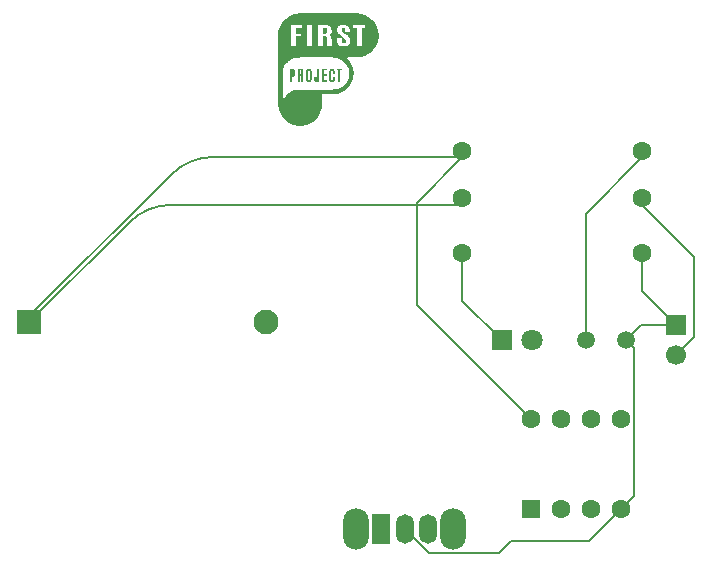
<source format=gbr>
%TF.GenerationSoftware,KiCad,Pcbnew,9.0.2*%
%TF.CreationDate,2025-06-18T20:19:25+05:30*%
%TF.ProjectId,redesign diya,72656465-7369-4676-9e20-646979612e6b,rev?*%
%TF.SameCoordinates,Original*%
%TF.FileFunction,Copper,L1,Top*%
%TF.FilePolarity,Positive*%
%FSLAX46Y46*%
G04 Gerber Fmt 4.6, Leading zero omitted, Abs format (unit mm)*
G04 Created by KiCad (PCBNEW 9.0.2) date 2025-06-18 20:19:25*
%MOMM*%
%LPD*%
G01*
G04 APERTURE LIST*
G04 Aperture macros list*
%AMRoundRect*
0 Rectangle with rounded corners*
0 $1 Rounding radius*
0 $2 $3 $4 $5 $6 $7 $8 $9 X,Y pos of 4 corners*
0 Add a 4 corners polygon primitive as box body*
4,1,4,$2,$3,$4,$5,$6,$7,$8,$9,$2,$3,0*
0 Add four circle primitives for the rounded corners*
1,1,$1+$1,$2,$3*
1,1,$1+$1,$4,$5*
1,1,$1+$1,$6,$7*
1,1,$1+$1,$8,$9*
0 Add four rect primitives between the rounded corners*
20,1,$1+$1,$2,$3,$4,$5,0*
20,1,$1+$1,$4,$5,$6,$7,0*
20,1,$1+$1,$6,$7,$8,$9,0*
20,1,$1+$1,$8,$9,$2,$3,0*%
G04 Aperture macros list end*
%TA.AperFunction,EtchedComponent*%
%ADD10C,0.000000*%
%TD*%
%TA.AperFunction,ComponentPad*%
%ADD11RoundRect,0.250000X0.550000X-0.550000X0.550000X0.550000X-0.550000X0.550000X-0.550000X-0.550000X0*%
%TD*%
%TA.AperFunction,ComponentPad*%
%ADD12C,1.600000*%
%TD*%
%TA.AperFunction,ComponentPad*%
%ADD13R,1.700000X1.700000*%
%TD*%
%TA.AperFunction,ComponentPad*%
%ADD14C,1.700000*%
%TD*%
%TA.AperFunction,ComponentPad*%
%ADD15O,2.200000X3.500000*%
%TD*%
%TA.AperFunction,ComponentPad*%
%ADD16R,1.500000X2.500000*%
%TD*%
%TA.AperFunction,ComponentPad*%
%ADD17O,1.500000X2.500000*%
%TD*%
%TA.AperFunction,ComponentPad*%
%ADD18R,1.800000X1.800000*%
%TD*%
%TA.AperFunction,ComponentPad*%
%ADD19C,1.800000*%
%TD*%
%TA.AperFunction,ComponentPad*%
%ADD20R,2.100000X2.100000*%
%TD*%
%TA.AperFunction,ComponentPad*%
%ADD21C,2.100000*%
%TD*%
%TA.AperFunction,ComponentPad*%
%ADD22C,1.500000*%
%TD*%
%TA.AperFunction,Conductor*%
%ADD23C,0.200000*%
%TD*%
%TA.AperFunction,Conductor*%
%ADD24C,0.600000*%
%TD*%
G04 APERTURE END LIST*
D10*
%TA.AperFunction,EtchedComponent*%
%TO.C,Ankur*%
G36*
X120144444Y-65594444D02*
G01*
X120144444Y-65666666D01*
X120077777Y-65666666D01*
X120011111Y-65666666D01*
X120011111Y-66155555D01*
X120011111Y-66644444D01*
X119933333Y-66644444D01*
X119855555Y-66644444D01*
X119855555Y-66155555D01*
X119855555Y-65666666D01*
X119788888Y-65666666D01*
X119722222Y-65666666D01*
X119722222Y-65594444D01*
X119722222Y-65522222D01*
X119933333Y-65522222D01*
X120144444Y-65522222D01*
X120144444Y-65594444D01*
G37*
%TD.AperFunction*%
%TA.AperFunction,EtchedComponent*%
G36*
X118683333Y-62057826D02*
G01*
X118753314Y-62062559D01*
X118805979Y-62071563D01*
X118843736Y-62087671D01*
X118868991Y-62113717D01*
X118884153Y-62152534D01*
X118891628Y-62206956D01*
X118893825Y-62279817D01*
X118893816Y-62305555D01*
X118892038Y-62386366D01*
X118886011Y-62447831D01*
X118873503Y-62492735D01*
X118852280Y-62523861D01*
X118820109Y-62543994D01*
X118774756Y-62555918D01*
X118713990Y-62562419D01*
X118686516Y-62564040D01*
X118578588Y-62569598D01*
X118575405Y-62311234D01*
X118572222Y-62052870D01*
X118683333Y-62057826D01*
G37*
%TD.AperFunction*%
%TA.AperFunction,EtchedComponent*%
G36*
X118879607Y-65594421D02*
G01*
X118875881Y-65666666D01*
X118776829Y-65666666D01*
X118677777Y-65666666D01*
X118677777Y-65833333D01*
X118677777Y-66000000D01*
X118777777Y-66000000D01*
X118877777Y-66000000D01*
X118877777Y-66066666D01*
X118877777Y-66133333D01*
X118777777Y-66133333D01*
X118677777Y-66133333D01*
X118677777Y-66322222D01*
X118677777Y-66511111D01*
X118783333Y-66511111D01*
X118888888Y-66511111D01*
X118888888Y-66577777D01*
X118888888Y-66644444D01*
X118700000Y-66644444D01*
X118511111Y-66644444D01*
X118511111Y-66083333D01*
X118511111Y-65522222D01*
X118697222Y-65522198D01*
X118883333Y-65522175D01*
X118879607Y-65594421D01*
G37*
%TD.AperFunction*%
%TA.AperFunction,EtchedComponent*%
G36*
X118266666Y-65988500D02*
G01*
X118266563Y-66105854D01*
X118266206Y-66203141D01*
X118265520Y-66282516D01*
X118264432Y-66346134D01*
X118262869Y-66396150D01*
X118260756Y-66434718D01*
X118258021Y-66463994D01*
X118254588Y-66486132D01*
X118250386Y-66503288D01*
X118248910Y-66507945D01*
X118217207Y-66571819D01*
X118171467Y-66619510D01*
X118114033Y-66649853D01*
X118047245Y-66661685D01*
X117973444Y-66653842D01*
X117961510Y-66650786D01*
X117904602Y-66624478D01*
X117858330Y-66582214D01*
X117827595Y-66528805D01*
X117823096Y-66514938D01*
X117818401Y-66486898D01*
X117814574Y-66442863D01*
X117812027Y-66389053D01*
X117811173Y-66336111D01*
X117811111Y-66200000D01*
X117888888Y-66200000D01*
X117966666Y-66200000D01*
X117966666Y-66322579D01*
X117968445Y-66397435D01*
X117974269Y-66452546D01*
X117984869Y-66490136D01*
X118000974Y-66512433D01*
X118023315Y-66521663D01*
X118032136Y-66522222D01*
X118047844Y-66521937D01*
X118060920Y-66519836D01*
X118071604Y-66514054D01*
X118080138Y-66502722D01*
X118086764Y-66483974D01*
X118091724Y-66455943D01*
X118095258Y-66416762D01*
X118097608Y-66364564D01*
X118099016Y-66297481D01*
X118099723Y-66213647D01*
X118099970Y-66111195D01*
X118100000Y-65997527D01*
X118100000Y-65522222D01*
X118183333Y-65522222D01*
X118266666Y-65522222D01*
X118266666Y-65988500D01*
G37*
%TD.AperFunction*%
%TA.AperFunction,EtchedComponent*%
G36*
X115967589Y-65522548D02*
G01*
X116014386Y-65523898D01*
X116048219Y-65526825D01*
X116073713Y-65531887D01*
X116095494Y-65539636D01*
X116111534Y-65547222D01*
X116148581Y-65571200D01*
X116175589Y-65603725D01*
X116188888Y-65627777D01*
X116199379Y-65650055D01*
X116206838Y-65671057D01*
X116211779Y-65695099D01*
X116214716Y-65726496D01*
X116216164Y-65769566D01*
X116216636Y-65828624D01*
X116216666Y-65861111D01*
X116216466Y-65928625D01*
X116215521Y-65978220D01*
X116213320Y-66014200D01*
X116209349Y-66040867D01*
X116203093Y-66062522D01*
X116194040Y-66083469D01*
X116188888Y-66093866D01*
X116163651Y-66137081D01*
X116136237Y-66166166D01*
X116101363Y-66184121D01*
X116053746Y-66193944D01*
X116005811Y-66197816D01*
X115911111Y-66202786D01*
X115911111Y-66423615D01*
X115911111Y-66644444D01*
X115827777Y-66644444D01*
X115744444Y-66644444D01*
X115744444Y-66083333D01*
X115744444Y-66066666D01*
X115911111Y-66066666D01*
X115958333Y-66066496D01*
X115990607Y-66064580D01*
X116013828Y-66060000D01*
X116017781Y-66058163D01*
X116035785Y-66034840D01*
X116050087Y-65994323D01*
X116060075Y-65941426D01*
X116065139Y-65880960D01*
X116064668Y-65817739D01*
X116058052Y-65756575D01*
X116056889Y-65750000D01*
X116042684Y-65698172D01*
X116021200Y-65665242D01*
X115989655Y-65648345D01*
X115954324Y-65644444D01*
X115911111Y-65644444D01*
X115911111Y-65855555D01*
X115911111Y-66066666D01*
X115744444Y-66066666D01*
X115744444Y-65855555D01*
X115744444Y-65522222D01*
X115903201Y-65522222D01*
X115967589Y-65522548D01*
G37*
%TD.AperFunction*%
%TA.AperFunction,EtchedComponent*%
G36*
X116604782Y-65524252D02*
G01*
X116673552Y-65525814D01*
X116723849Y-65527753D01*
X116759423Y-65530540D01*
X116784023Y-65534649D01*
X116801400Y-65540549D01*
X116815303Y-65548714D01*
X116818671Y-65551161D01*
X116848001Y-65576647D01*
X116868979Y-65605246D01*
X116883087Y-65641300D01*
X116891808Y-65689151D01*
X116896623Y-65753141D01*
X116897744Y-65782825D01*
X116898500Y-65860424D01*
X116894728Y-65919550D01*
X116885575Y-65963646D01*
X116870184Y-65996154D01*
X116847702Y-66020520D01*
X116836709Y-66028638D01*
X116801197Y-66052534D01*
X116827841Y-66064674D01*
X116853052Y-66081985D01*
X116871547Y-66109587D01*
X116884286Y-66150471D01*
X116892229Y-66207627D01*
X116896136Y-66277497D01*
X116898343Y-66345602D01*
X116900851Y-66421625D01*
X116903263Y-66493575D01*
X116904335Y-66525000D01*
X116908439Y-66644444D01*
X116827396Y-66644444D01*
X116746354Y-66644444D01*
X116742621Y-66405847D01*
X116741277Y-66326882D01*
X116739836Y-66267083D01*
X116737976Y-66223394D01*
X116735377Y-66192759D01*
X116731720Y-66172123D01*
X116726684Y-66158431D01*
X116719949Y-66148626D01*
X116715133Y-66143511D01*
X116683620Y-66124462D01*
X116640133Y-66113997D01*
X116588888Y-66108221D01*
X116588888Y-66376332D01*
X116588888Y-66644444D01*
X116505555Y-66644444D01*
X116422222Y-66644444D01*
X116422222Y-66082585D01*
X116422222Y-65988888D01*
X116588888Y-65988888D01*
X116638888Y-65988888D01*
X116683086Y-65983398D01*
X116710120Y-65967657D01*
X116724445Y-65941765D01*
X116735162Y-65899838D01*
X116741496Y-65847881D01*
X116742676Y-65791899D01*
X116738864Y-65744264D01*
X116727123Y-65694591D01*
X116706422Y-65663387D01*
X116673841Y-65647735D01*
X116638888Y-65644444D01*
X116588888Y-65644444D01*
X116588888Y-65816666D01*
X116588888Y-65988888D01*
X116422222Y-65988888D01*
X116422222Y-65816666D01*
X116422222Y-65520726D01*
X116604782Y-65524252D01*
G37*
%TD.AperFunction*%
%TA.AperFunction,EtchedComponent*%
G36*
X119407086Y-65518404D02*
G01*
X119463768Y-65540865D01*
X119508357Y-65579367D01*
X119541427Y-65634785D01*
X119563556Y-65707991D01*
X119575319Y-65799858D01*
X119577693Y-65875000D01*
X119577777Y-65955555D01*
X119494444Y-65955555D01*
X119411111Y-65955555D01*
X119411111Y-65839612D01*
X119409820Y-65772404D01*
X119405316Y-65723888D01*
X119396650Y-65690651D01*
X119382872Y-65669278D01*
X119363034Y-65656355D01*
X119359810Y-65655061D01*
X119324867Y-65651965D01*
X119294756Y-65668914D01*
X119272505Y-65703803D01*
X119267279Y-65719339D01*
X119264039Y-65742491D01*
X119261339Y-65784291D01*
X119259186Y-65841173D01*
X119257583Y-65909568D01*
X119256535Y-65985911D01*
X119256047Y-66066633D01*
X119256125Y-66148167D01*
X119256771Y-66226946D01*
X119257992Y-66299403D01*
X119259791Y-66361971D01*
X119262174Y-66411082D01*
X119265144Y-66443169D01*
X119266321Y-66449702D01*
X119283251Y-66490471D01*
X119309036Y-66515380D01*
X119339650Y-66522751D01*
X119371067Y-66510908D01*
X119384389Y-66498869D01*
X119393401Y-66486005D01*
X119399751Y-66467941D01*
X119404055Y-66440555D01*
X119406926Y-66399726D01*
X119408976Y-66341333D01*
X119409216Y-66332202D01*
X119412877Y-66188888D01*
X119496802Y-66188888D01*
X119580727Y-66188888D01*
X119574939Y-66330555D01*
X119568220Y-66424973D01*
X119555660Y-66499857D01*
X119535795Y-66557458D01*
X119507160Y-66600029D01*
X119468288Y-66629823D01*
X119417716Y-66649091D01*
X119361111Y-66659281D01*
X119326602Y-66661525D01*
X119298296Y-66660308D01*
X119294444Y-66659625D01*
X119264646Y-66653101D01*
X119246942Y-66649285D01*
X119211739Y-66632775D01*
X119174786Y-66601011D01*
X119141488Y-66559775D01*
X119117250Y-66514850D01*
X119114551Y-66507638D01*
X119108929Y-66489457D01*
X119104448Y-66468910D01*
X119100983Y-66443373D01*
X119098407Y-66410222D01*
X119096595Y-66366835D01*
X119095420Y-66310588D01*
X119094756Y-66238858D01*
X119094478Y-66149020D01*
X119094444Y-66088888D01*
X119094771Y-65974191D01*
X119095784Y-65880295D01*
X119097532Y-65805790D01*
X119100063Y-65749265D01*
X119103423Y-65709308D01*
X119107663Y-65684509D01*
X119108309Y-65682233D01*
X119138883Y-65613050D01*
X119182946Y-65561495D01*
X119240174Y-65527810D01*
X119310245Y-65512238D01*
X119337735Y-65511111D01*
X119407086Y-65518404D01*
G37*
%TD.AperFunction*%
%TA.AperFunction,EtchedComponent*%
G36*
X117437497Y-65515618D02*
G01*
X117488130Y-65530670D01*
X117529940Y-65558560D01*
X117551998Y-65580979D01*
X117567248Y-65599948D01*
X117579727Y-65620309D01*
X117589681Y-65644359D01*
X117597355Y-65674397D01*
X117602994Y-65712721D01*
X117606843Y-65761630D01*
X117609148Y-65823422D01*
X117610154Y-65900396D01*
X117610107Y-65994849D01*
X117609252Y-66109081D01*
X117609180Y-66116666D01*
X117608167Y-66218335D01*
X117607166Y-66300299D01*
X117606003Y-66365076D01*
X117604502Y-66415184D01*
X117602488Y-66453140D01*
X117599786Y-66481461D01*
X117596219Y-66502665D01*
X117591614Y-66519268D01*
X117585794Y-66533788D01*
X117579170Y-66547565D01*
X117542731Y-66597122D01*
X117491212Y-66633939D01*
X117428830Y-66656304D01*
X117359799Y-66662500D01*
X117311111Y-66656583D01*
X117246713Y-66634363D01*
X117198185Y-66597501D01*
X117173527Y-66563827D01*
X117159442Y-66536969D01*
X117148064Y-66508248D01*
X117139155Y-66475129D01*
X117132478Y-66435077D01*
X117127795Y-66385557D01*
X117124868Y-66324035D01*
X117123459Y-66247975D01*
X117123330Y-66154843D01*
X117124209Y-66046464D01*
X117289940Y-66046464D01*
X117290121Y-66127686D01*
X117290744Y-66207230D01*
X117291799Y-66281734D01*
X117293278Y-66347839D01*
X117295172Y-66402183D01*
X117297474Y-66441405D01*
X117300174Y-66462144D01*
X117300500Y-66463165D01*
X117322610Y-66499422D01*
X117353018Y-66519150D01*
X117386852Y-66520823D01*
X117419244Y-66502916D01*
X117421231Y-66500990D01*
X117431020Y-66487626D01*
X117438912Y-66467723D01*
X117445050Y-66439212D01*
X117449575Y-66400022D01*
X117452629Y-66348084D01*
X117454354Y-66281328D01*
X117454891Y-66197686D01*
X117454383Y-66095087D01*
X117453678Y-66027260D01*
X117452439Y-65934107D01*
X117451058Y-65860569D01*
X117449359Y-65804036D01*
X117447168Y-65761899D01*
X117444309Y-65731551D01*
X117440610Y-65710382D01*
X117435894Y-65695785D01*
X117430851Y-65686436D01*
X117402331Y-65656688D01*
X117370593Y-65648646D01*
X117336637Y-65662547D01*
X117335040Y-65663717D01*
X117311940Y-65687452D01*
X117298594Y-65712112D01*
X117295949Y-65732821D01*
X117293797Y-65772017D01*
X117292128Y-65826341D01*
X117290935Y-65892431D01*
X117290208Y-65966925D01*
X117289940Y-66046464D01*
X117124209Y-66046464D01*
X117124244Y-66042104D01*
X117124280Y-66038888D01*
X117125506Y-65940103D01*
X117126855Y-65860956D01*
X117128487Y-65798862D01*
X117130556Y-65751238D01*
X117133222Y-65715499D01*
X117136640Y-65689060D01*
X117140968Y-65669338D01*
X117146363Y-65653748D01*
X117147916Y-65650151D01*
X117185129Y-65588395D01*
X117233840Y-65545145D01*
X117295277Y-65519638D01*
X117370668Y-65511113D01*
X117372136Y-65511111D01*
X117437497Y-65515618D01*
G37*
%TD.AperFunction*%
%TA.AperFunction,EtchedComponent*%
G36*
X119179729Y-60834109D02*
G01*
X119387712Y-60834195D01*
X119593420Y-60834346D01*
X119795562Y-60834564D01*
X119992848Y-60834847D01*
X120183990Y-60835197D01*
X120367698Y-60835613D01*
X120542683Y-60836094D01*
X120707655Y-60836642D01*
X120861325Y-60837256D01*
X121002403Y-60837936D01*
X121129600Y-60838683D01*
X121241627Y-60839495D01*
X121337194Y-60840373D01*
X121415013Y-60841318D01*
X121473792Y-60842328D01*
X121512244Y-60843405D01*
X121522222Y-60843889D01*
X121701293Y-60861602D01*
X121866978Y-60892499D01*
X122024725Y-60937973D01*
X122179984Y-60999419D01*
X122239836Y-61027428D01*
X122417613Y-61126086D01*
X122581665Y-61241736D01*
X122731097Y-61373224D01*
X122865009Y-61519395D01*
X122982504Y-61679096D01*
X123082686Y-61851172D01*
X123164657Y-62034468D01*
X123227519Y-62227830D01*
X123251759Y-62329125D01*
X123262341Y-62381181D01*
X123270144Y-62426143D01*
X123275582Y-62469103D01*
X123279071Y-62515151D01*
X123281025Y-62569377D01*
X123281861Y-62636873D01*
X123282003Y-62700000D01*
X123281731Y-62781162D01*
X123280645Y-62845167D01*
X123278336Y-62897075D01*
X123274398Y-62941946D01*
X123268422Y-62984842D01*
X123260001Y-63030822D01*
X123252382Y-63067795D01*
X123199697Y-63265170D01*
X123127652Y-63453198D01*
X123037285Y-63630690D01*
X122929630Y-63796462D01*
X122805723Y-63949327D01*
X122666601Y-64088099D01*
X122513300Y-64211591D01*
X122346855Y-64318617D01*
X122168303Y-64407991D01*
X122037251Y-64459212D01*
X121964294Y-64483166D01*
X121892136Y-64503565D01*
X121818306Y-64520672D01*
X121740327Y-64534755D01*
X121655727Y-64546077D01*
X121562030Y-64554904D01*
X121456764Y-64561503D01*
X121337452Y-64566138D01*
X121201622Y-64569075D01*
X121046799Y-64570578D01*
X120997235Y-64570787D01*
X120899368Y-64571273D01*
X120808770Y-64572064D01*
X120727769Y-64573114D01*
X120658698Y-64574376D01*
X120603886Y-64575805D01*
X120565664Y-64577355D01*
X120546362Y-64578981D01*
X120544457Y-64579671D01*
X120552130Y-64590015D01*
X120572627Y-64611243D01*
X120602144Y-64639497D01*
X120615616Y-64651893D01*
X120750990Y-64789574D01*
X120868019Y-64938685D01*
X120966445Y-65097745D01*
X121046012Y-65265273D01*
X121106460Y-65439789D01*
X121147533Y-65619811D01*
X121168973Y-65803858D01*
X121170522Y-65990450D01*
X121151921Y-66178106D01*
X121112914Y-66365344D01*
X121053243Y-66550684D01*
X120976460Y-66725086D01*
X120880774Y-66892143D01*
X120768110Y-67046726D01*
X120640069Y-67187431D01*
X120498253Y-67312855D01*
X120344262Y-67421594D01*
X120179698Y-67512246D01*
X120006162Y-67583407D01*
X119991478Y-67588369D01*
X119933069Y-67607037D01*
X119877261Y-67622956D01*
X119821720Y-67636339D01*
X119764113Y-67647398D01*
X119702106Y-67656345D01*
X119633365Y-67663392D01*
X119555556Y-67668752D01*
X119466347Y-67672637D01*
X119363402Y-67675258D01*
X119244389Y-67676828D01*
X119106974Y-67677560D01*
X119009182Y-67677686D01*
X118490586Y-67677777D01*
X118485936Y-68208333D01*
X118484786Y-68332473D01*
X118483638Y-68436630D01*
X118482393Y-68523042D01*
X118480954Y-68593948D01*
X118479223Y-68651586D01*
X118477103Y-68698194D01*
X118474496Y-68736012D01*
X118471304Y-68767277D01*
X118467431Y-68794228D01*
X118462779Y-68819105D01*
X118458459Y-68838888D01*
X118401056Y-69044580D01*
X118325856Y-69238568D01*
X118233702Y-69420012D01*
X118125437Y-69588068D01*
X118001905Y-69741897D01*
X117863949Y-69880655D01*
X117712413Y-70003502D01*
X117548141Y-70109595D01*
X117371975Y-70198094D01*
X117184759Y-70268156D01*
X116987336Y-70318940D01*
X116972222Y-70321933D01*
X116896520Y-70333591D01*
X116807006Y-70342566D01*
X116710358Y-70348590D01*
X116613258Y-70351396D01*
X116522385Y-70350718D01*
X116444420Y-70346290D01*
X116422222Y-70343905D01*
X116216209Y-70307876D01*
X116021017Y-70252446D01*
X115836524Y-70177558D01*
X115662610Y-70083151D01*
X115499153Y-69969169D01*
X115346033Y-69835553D01*
X115321908Y-69811770D01*
X115195264Y-69674235D01*
X115086731Y-69532836D01*
X114995193Y-69385147D01*
X114919535Y-69228746D01*
X114858642Y-69061208D01*
X114811397Y-68880110D01*
X114776686Y-68683026D01*
X114766795Y-68605555D01*
X114765392Y-68587258D01*
X114764102Y-68557175D01*
X114762922Y-68514747D01*
X114761851Y-68459414D01*
X114760887Y-68390616D01*
X114760029Y-68307794D01*
X114759276Y-68210389D01*
X114758625Y-68097840D01*
X114758075Y-67969588D01*
X114757625Y-67825074D01*
X114757273Y-67663737D01*
X114757017Y-67485019D01*
X114756856Y-67288359D01*
X114756789Y-67073199D01*
X114756813Y-66838978D01*
X114756858Y-66740075D01*
X115145091Y-66740075D01*
X115145153Y-66920921D01*
X115145256Y-67108727D01*
X115146069Y-68438888D01*
X115177212Y-68316666D01*
X115195274Y-68253001D01*
X115217825Y-68183858D01*
X115241234Y-68120044D01*
X115252498Y-68092650D01*
X115328485Y-67944642D01*
X115421924Y-67809772D01*
X115531779Y-67688848D01*
X115657013Y-67582678D01*
X115796592Y-67492069D01*
X115949479Y-67417830D01*
X116114639Y-67360768D01*
X116225594Y-67333782D01*
X116256431Y-67327659D01*
X116287294Y-67322119D01*
X116319390Y-67317134D01*
X116353925Y-67312675D01*
X116392104Y-67308711D01*
X116435133Y-67305215D01*
X116484217Y-67302156D01*
X116540562Y-67299507D01*
X116605373Y-67297237D01*
X116679856Y-67295317D01*
X116765216Y-67293720D01*
X116862659Y-67292414D01*
X116973392Y-67291372D01*
X117098618Y-67290564D01*
X117239544Y-67289960D01*
X117397375Y-67289533D01*
X117573317Y-67289252D01*
X117768576Y-67289089D01*
X117984357Y-67289015D01*
X118079100Y-67289003D01*
X118297307Y-67288992D01*
X118494497Y-67288966D01*
X118671871Y-67288878D01*
X118830636Y-67288683D01*
X118971993Y-67288336D01*
X119097147Y-67287792D01*
X119207303Y-67287005D01*
X119303663Y-67285931D01*
X119387432Y-67284522D01*
X119459813Y-67282735D01*
X119522010Y-67280524D01*
X119575228Y-67277843D01*
X119620670Y-67274648D01*
X119659539Y-67270892D01*
X119693040Y-67266531D01*
X119722377Y-67261519D01*
X119748754Y-67255811D01*
X119773373Y-67249362D01*
X119797440Y-67242126D01*
X119822158Y-67234057D01*
X119848730Y-67225111D01*
X119857979Y-67222003D01*
X120016401Y-67157641D01*
X120163682Y-67074289D01*
X120300592Y-66971464D01*
X120388888Y-66889442D01*
X120504984Y-66757338D01*
X120601653Y-66615208D01*
X120678544Y-66464426D01*
X120735306Y-66306366D01*
X120771587Y-66142403D01*
X120787035Y-65973910D01*
X120781299Y-65802263D01*
X120754027Y-65628834D01*
X120732927Y-65544444D01*
X120686388Y-65413329D01*
X120621264Y-65281537D01*
X120540502Y-65153885D01*
X120447051Y-65035186D01*
X120374182Y-64958565D01*
X120244261Y-64845976D01*
X120107379Y-64753480D01*
X119960592Y-64679318D01*
X119822222Y-64628239D01*
X119795935Y-64619981D01*
X119771442Y-64612488D01*
X119747598Y-64605726D01*
X119723259Y-64599658D01*
X119697282Y-64594251D01*
X119668524Y-64589469D01*
X119635840Y-64585278D01*
X119598088Y-64581643D01*
X119554122Y-64578529D01*
X119502801Y-64575901D01*
X119442979Y-64573725D01*
X119373514Y-64571965D01*
X119293262Y-64570587D01*
X119201079Y-64569556D01*
X119095822Y-64568837D01*
X118976347Y-64568395D01*
X118841510Y-64568196D01*
X118690168Y-64568205D01*
X118521177Y-64568386D01*
X118333393Y-64568705D01*
X118125673Y-64569128D01*
X117897137Y-64569618D01*
X117675017Y-64570107D01*
X117474002Y-64570585D01*
X117292977Y-64571068D01*
X117130825Y-64571570D01*
X116986431Y-64572108D01*
X116858677Y-64572697D01*
X116746447Y-64573351D01*
X116648625Y-64574087D01*
X116564095Y-64574919D01*
X116491740Y-64575863D01*
X116430444Y-64576934D01*
X116379091Y-64578147D01*
X116336564Y-64579518D01*
X116301747Y-64581063D01*
X116273524Y-64582796D01*
X116250779Y-64584732D01*
X116232394Y-64586887D01*
X116217254Y-64589277D01*
X116204243Y-64591917D01*
X116200000Y-64592899D01*
X116093679Y-64624079D01*
X115981341Y-64667375D01*
X115870230Y-64719424D01*
X115767592Y-64776864D01*
X115688888Y-64830062D01*
X115630960Y-64878145D01*
X115566710Y-64938830D01*
X115501704Y-65006247D01*
X115441512Y-65074530D01*
X115391699Y-65137811D01*
X115377067Y-65158703D01*
X115300759Y-65283673D01*
X115241809Y-65407112D01*
X115197189Y-65536336D01*
X115165565Y-65669838D01*
X115162384Y-65687036D01*
X115159540Y-65704925D01*
X115157015Y-65724779D01*
X115154792Y-65747868D01*
X115152852Y-65775463D01*
X115151178Y-65808837D01*
X115149751Y-65849259D01*
X115148554Y-65898003D01*
X115147569Y-65956339D01*
X115146777Y-66025539D01*
X115146162Y-66106874D01*
X115145704Y-66201615D01*
X115145385Y-66311034D01*
X115145189Y-66436403D01*
X115145097Y-66578993D01*
X115145091Y-66740075D01*
X114756858Y-66740075D01*
X114756928Y-66585136D01*
X114757131Y-66311115D01*
X114757421Y-66016355D01*
X114757797Y-65700295D01*
X114758086Y-65483333D01*
X114758517Y-65176259D01*
X114758935Y-64890607D01*
X114759345Y-64625578D01*
X114759754Y-64380373D01*
X114760168Y-64154190D01*
X114760592Y-63946232D01*
X114761032Y-63755698D01*
X114761447Y-63600000D01*
X115844444Y-63600000D01*
X116050000Y-63600000D01*
X116255555Y-63600000D01*
X117200000Y-63600000D01*
X117405555Y-63600000D01*
X117611111Y-63600000D01*
X118155555Y-63600000D01*
X118361111Y-63600000D01*
X118566666Y-63600000D01*
X118566666Y-63187300D01*
X118566666Y-62774601D01*
X118677530Y-62782236D01*
X118745832Y-62788161D01*
X118795678Y-62795921D01*
X118830822Y-62806774D01*
X118855024Y-62821977D01*
X118872040Y-62842789D01*
X118875291Y-62848426D01*
X118880718Y-62860793D01*
X118885169Y-62877663D01*
X118888807Y-62901475D01*
X118891789Y-62934667D01*
X118894277Y-62979677D01*
X118896430Y-63038944D01*
X118898409Y-63114905D01*
X118900373Y-63210000D01*
X118900914Y-63238888D01*
X118902564Y-63325389D01*
X118904173Y-63404461D01*
X118905682Y-63473447D01*
X118907026Y-63529692D01*
X118908144Y-63570538D01*
X118908974Y-63593329D01*
X118909293Y-63597222D01*
X118920422Y-63598105D01*
X118950249Y-63598873D01*
X118995250Y-63599479D01*
X119051902Y-63599874D01*
X119113888Y-63600010D01*
X119316666Y-63600021D01*
X119313893Y-63408344D01*
X119311218Y-63290444D01*
X119306818Y-63179801D01*
X119300899Y-63079130D01*
X119293669Y-62991142D01*
X119288306Y-62944444D01*
X119766666Y-62944444D01*
X119766859Y-63069444D01*
X119772894Y-63194093D01*
X119791025Y-63300704D01*
X119821911Y-63390289D01*
X119866210Y-63463863D01*
X119924583Y-63522441D01*
X119997686Y-63567036D01*
X120086181Y-63598662D01*
X120115272Y-63605652D01*
X120166250Y-63613318D01*
X120232338Y-63618379D01*
X120306569Y-63620744D01*
X120381973Y-63620323D01*
X120451583Y-63617028D01*
X120508429Y-63610769D01*
X120508740Y-63610719D01*
X120610876Y-63586377D01*
X120695398Y-63548832D01*
X120763220Y-63497143D01*
X120815262Y-63430370D01*
X120852439Y-63347572D01*
X120875669Y-63247807D01*
X120877909Y-63232065D01*
X120883179Y-63129110D01*
X120870031Y-63033505D01*
X120837622Y-62943202D01*
X120785112Y-62856153D01*
X120711659Y-62770309D01*
X120672664Y-62732554D01*
X120647611Y-62711220D01*
X120608387Y-62679954D01*
X120558886Y-62641761D01*
X120503003Y-62599649D01*
X120447429Y-62558662D01*
X120366931Y-62499298D01*
X120302937Y-62450333D01*
X120253462Y-62409834D01*
X120216521Y-62375873D01*
X120190129Y-62346518D01*
X120172302Y-62319839D01*
X120161053Y-62293904D01*
X120156046Y-62275228D01*
X120149028Y-62205907D01*
X120159811Y-62149121D01*
X120187721Y-62105791D01*
X120232081Y-62076837D01*
X120292216Y-62063181D01*
X120312421Y-62062214D01*
X120363662Y-62065785D01*
X120402762Y-62079532D01*
X120431120Y-62105649D01*
X120450139Y-62146329D01*
X120461218Y-62203766D01*
X120465759Y-62280156D01*
X120466039Y-62302777D01*
X120466666Y-62422222D01*
X120655555Y-62422222D01*
X120844444Y-62422222D01*
X120844312Y-62302777D01*
X120841249Y-62215005D01*
X120831381Y-62142460D01*
X120813363Y-62078831D01*
X120785852Y-62017804D01*
X120782228Y-62011051D01*
X120744126Y-61954661D01*
X120696403Y-61910241D01*
X120636293Y-61876345D01*
X120561032Y-61851523D01*
X120522676Y-61844444D01*
X121143692Y-61844444D01*
X121146846Y-61963888D01*
X121150000Y-62083333D01*
X121302777Y-62086424D01*
X121455555Y-62089515D01*
X121455555Y-62844757D01*
X121455555Y-63600000D01*
X121661111Y-63600000D01*
X121866666Y-63600000D01*
X121866666Y-62844444D01*
X121866666Y-62088888D01*
X122011111Y-62088888D01*
X122155555Y-62088888D01*
X122155555Y-61966666D01*
X122155555Y-61844444D01*
X121649624Y-61844444D01*
X121143692Y-61844444D01*
X120522676Y-61844444D01*
X120467855Y-61834326D01*
X120437931Y-61830652D01*
X120350166Y-61825221D01*
X120255195Y-61826766D01*
X120160882Y-61834713D01*
X120075093Y-61848488D01*
X120026100Y-61860751D01*
X119942846Y-61896076D01*
X119875324Y-61946870D01*
X119823877Y-62012566D01*
X119788851Y-62092598D01*
X119770591Y-62186401D01*
X119768815Y-62282884D01*
X119773181Y-62335302D01*
X119781565Y-62375699D01*
X119796638Y-62414236D01*
X119810586Y-62441784D01*
X119848478Y-62499808D01*
X119902362Y-62560920D01*
X119973490Y-62626278D01*
X120063113Y-62697042D01*
X120161143Y-62766666D01*
X120256096Y-62834110D01*
X120332142Y-62894220D01*
X120390809Y-62948386D01*
X120433630Y-62997998D01*
X120457933Y-63036143D01*
X120470805Y-63064749D01*
X120478502Y-63095396D01*
X120482217Y-63135052D01*
X120483142Y-63183333D01*
X120480489Y-63255547D01*
X120470803Y-63308711D01*
X120451967Y-63345446D01*
X120421863Y-63368373D01*
X120378373Y-63380113D01*
X120321599Y-63383293D01*
X120276550Y-63381690D01*
X120246999Y-63375964D01*
X120226380Y-63364648D01*
X120222206Y-63361097D01*
X120200561Y-63338859D01*
X120184629Y-63314476D01*
X120173408Y-63284015D01*
X120165893Y-63243542D01*
X120161080Y-63189121D01*
X120157965Y-63116820D01*
X120157705Y-63108333D01*
X120152805Y-62944444D01*
X119959736Y-62944444D01*
X119766666Y-62944444D01*
X119288306Y-62944444D01*
X119285332Y-62918553D01*
X119276094Y-62864075D01*
X119271082Y-62844072D01*
X119249263Y-62794409D01*
X119216461Y-62747912D01*
X119177620Y-62710011D01*
X119137680Y-62686136D01*
X119123493Y-62681920D01*
X119088471Y-62674916D01*
X119141538Y-62650330D01*
X119200236Y-62612809D01*
X119248070Y-62561935D01*
X119279379Y-62503730D01*
X119287305Y-62467322D01*
X119292523Y-62414443D01*
X119295097Y-62350668D01*
X119295091Y-62281575D01*
X119292570Y-62212741D01*
X119287598Y-62149743D01*
X119280238Y-62098157D01*
X119274441Y-62074145D01*
X119241265Y-62001188D01*
X119191127Y-61942382D01*
X119123899Y-61897628D01*
X119039454Y-61866830D01*
X118988160Y-61856212D01*
X118959604Y-61853393D01*
X118911993Y-61850823D01*
X118848496Y-61848584D01*
X118772278Y-61846758D01*
X118686508Y-61845426D01*
X118594352Y-61844671D01*
X118536111Y-61844528D01*
X118155555Y-61844444D01*
X118155555Y-62722222D01*
X118155555Y-63600000D01*
X117611111Y-63600000D01*
X117611111Y-62722222D01*
X117611111Y-61844444D01*
X117405555Y-61844444D01*
X117200000Y-61844444D01*
X117200000Y-62722222D01*
X117200000Y-63600000D01*
X116255555Y-63600000D01*
X116255555Y-63194444D01*
X116255555Y-62788888D01*
X116488888Y-62788888D01*
X116722222Y-62788888D01*
X116722222Y-62722222D01*
X116722222Y-62666666D01*
X116722222Y-62544444D01*
X116488888Y-62544444D01*
X116255555Y-62544444D01*
X116255555Y-62316666D01*
X116255555Y-62088888D01*
X116505555Y-62088888D01*
X116755555Y-62088888D01*
X116755555Y-61966666D01*
X116755555Y-61844444D01*
X116300000Y-61844444D01*
X115844444Y-61844444D01*
X115844444Y-62722222D01*
X115844444Y-63600000D01*
X114761447Y-63600000D01*
X114761496Y-63581789D01*
X114761988Y-63423705D01*
X114762515Y-63280645D01*
X114763083Y-63151812D01*
X114763698Y-63036404D01*
X114764366Y-62933623D01*
X114765093Y-62842668D01*
X114765885Y-62762740D01*
X114766387Y-62722222D01*
X114766748Y-62693039D01*
X114767688Y-62632766D01*
X114768711Y-62581121D01*
X114769824Y-62537304D01*
X114771032Y-62500516D01*
X114772341Y-62469956D01*
X114773758Y-62444826D01*
X114775288Y-62424326D01*
X114776937Y-62407655D01*
X114778712Y-62394015D01*
X114780618Y-62382605D01*
X114781563Y-62377777D01*
X114833960Y-62172112D01*
X114904528Y-61977693D01*
X114992757Y-61795402D01*
X115098138Y-61626119D01*
X115220161Y-61470727D01*
X115358317Y-61330106D01*
X115416666Y-61279287D01*
X115580582Y-61155760D01*
X115751060Y-61053153D01*
X115929138Y-60971054D01*
X116115852Y-60909054D01*
X116312237Y-60866742D01*
X116516666Y-60843880D01*
X116545138Y-60842775D01*
X116594544Y-60841736D01*
X116663592Y-60840763D01*
X116750994Y-60839857D01*
X116855461Y-60839017D01*
X116975703Y-60838242D01*
X117110431Y-60837534D01*
X117258355Y-60836892D01*
X117418186Y-60836317D01*
X117588635Y-60835807D01*
X117768411Y-60835363D01*
X117956227Y-60834986D01*
X118150792Y-60834674D01*
X118350817Y-60834429D01*
X118555012Y-60834250D01*
X118762089Y-60834137D01*
X118970758Y-60834090D01*
X119179729Y-60834109D01*
G37*
%TD.AperFunction*%
%TD*%
D11*
%TO.P,U1,1,~{RESET}/PB5*%
%TO.N,unconnected-(U1-~{RESET}{slash}PB5-Pad1)*%
X136190000Y-102805000D03*
D12*
%TO.P,U1,2,XTAL1/PB3*%
%TO.N,/MIC*%
X138730000Y-102805000D03*
%TO.P,U1,3,XTAL2/PB4*%
%TO.N,unconnected-(U1-XTAL2{slash}PB4-Pad3)*%
X141270000Y-102805000D03*
%TO.P,U1,4,GND*%
%TO.N,GND*%
X143810000Y-102805000D03*
%TO.P,U1,5,AREF/PB0*%
%TO.N,unconnected-(U1-AREF{slash}PB0-Pad5)*%
X143810000Y-95185000D03*
%TO.P,U1,6,PB1*%
%TO.N,/LDR*%
X141270000Y-95185000D03*
%TO.P,U1,7,PB2*%
%TO.N,/LED*%
X138730000Y-95185000D03*
%TO.P,U1,8,VCC*%
%TO.N,+3.3V*%
X136190000Y-95185000D03*
%TD*%
%TO.P,R3,1*%
%TO.N,+3.3V*%
X130380000Y-76500000D03*
%TO.P,R3,2*%
%TO.N,Net-(MK1-+)*%
X145620000Y-76500000D03*
%TD*%
D13*
%TO.P,MK1,1,-*%
%TO.N,GND*%
X148500000Y-87225000D03*
D14*
%TO.P,MK1,2,+*%
%TO.N,Net-(MK1-+)*%
X148500000Y-89765000D03*
%TD*%
D15*
%TO.P,SW1,*%
%TO.N,*%
X121400000Y-104500000D03*
X129600000Y-104500000D03*
D16*
%TO.P,SW1,1,A*%
%TO.N,unconnected-(SW1-A-Pad1)*%
X123500000Y-104500000D03*
D17*
%TO.P,SW1,2,B*%
%TO.N,GND*%
X125500000Y-104500000D03*
%TO.P,SW1,3,C*%
%TO.N,Net-(BT1--)*%
X127500000Y-104500000D03*
%TD*%
D18*
%TO.P,D1,1,K*%
%TO.N,Net-(D1-K)*%
X133730000Y-88500000D03*
D19*
%TO.P,D1,2,A*%
%TO.N,unconnected-(D1-A-Pad2)*%
X136270000Y-88500000D03*
%TD*%
D20*
%TO.P,BT1,1,+*%
%TO.N,+3.3V*%
X93710914Y-87000000D03*
D21*
%TO.P,BT1,2,-*%
%TO.N,Net-(BT1--)*%
X113710914Y-87000000D03*
%TD*%
D12*
%TO.P,R1,1*%
%TO.N,+3.3V*%
X130380000Y-72500000D03*
%TO.P,R1,2*%
%TO.N,Net-(R1-Pad2)*%
X145620000Y-72500000D03*
%TD*%
D22*
%TO.P,R2,1*%
%TO.N,Net-(R1-Pad2)*%
X140800000Y-88500000D03*
%TO.P,R2,2*%
%TO.N,GND*%
X144200000Y-88500000D03*
%TD*%
D12*
%TO.P,R4,1*%
%TO.N,Net-(D1-K)*%
X130380000Y-81100000D03*
%TO.P,R4,2*%
%TO.N,GND*%
X145620000Y-81100000D03*
%TD*%
D23*
%TO.N,+3.3V*%
X126500000Y-85495000D02*
X136190000Y-95185000D01*
X93710914Y-86500000D02*
X105746448Y-74464466D01*
X93710914Y-87000000D02*
X102196448Y-78514466D01*
X130380000Y-73000000D02*
X126500000Y-76880000D01*
X105731982Y-77050000D02*
X130380000Y-77050000D01*
X126500000Y-76880000D02*
X126500000Y-85495000D01*
X109281982Y-73000000D02*
X130380000Y-73000000D01*
X105746448Y-74464466D02*
G75*
G02*
X109281982Y-72999987I3535552J-3535534D01*
G01*
X102196448Y-78514466D02*
G75*
G02*
X105731982Y-77049987I3535552J-3535534D01*
G01*
%TO.N,Net-(D1-K)*%
X130380000Y-81380000D02*
X130500000Y-81500000D01*
X130380000Y-81100000D02*
X130380000Y-81380000D01*
X130380000Y-81100000D02*
X130380000Y-85150000D01*
X130380000Y-85150000D02*
X133730000Y-88500000D01*
X130500000Y-81500000D02*
X130500000Y-81000000D01*
%TO.N,Net-(MK1-+)*%
X150000000Y-88265000D02*
X148500000Y-89765000D01*
X150000000Y-81430000D02*
X150000000Y-88265000D01*
X145620000Y-77050000D02*
X150000000Y-81430000D01*
%TO.N,GND*%
X145475000Y-87225000D02*
X148500000Y-87225000D01*
X145620000Y-81100000D02*
X145620000Y-81120000D01*
X127551000Y-106551000D02*
X125500000Y-104500000D01*
X145620000Y-84345000D02*
X148500000Y-87225000D01*
X141115000Y-105500000D02*
X143810000Y-102805000D01*
X144911000Y-89211000D02*
X144200000Y-88500000D01*
X145620000Y-81100000D02*
X145900000Y-81100000D01*
X145620000Y-81120000D02*
X146000000Y-81500000D01*
X148500000Y-87225000D02*
X148500000Y-87000000D01*
X144200000Y-88500000D02*
X144000000Y-88500000D01*
X145900000Y-81100000D02*
X146000000Y-81000000D01*
X144200000Y-88500000D02*
X145475000Y-87225000D01*
X145620000Y-81100000D02*
X145620000Y-84345000D01*
X143810000Y-102805000D02*
X144911000Y-101704000D01*
X134500000Y-105500000D02*
X141115000Y-105500000D01*
X133449000Y-106551000D02*
X127551000Y-106551000D01*
X146000000Y-81000000D02*
X145500000Y-81000000D01*
X144911000Y-101704000D02*
X144911000Y-89211000D01*
X134500000Y-105500000D02*
X133449000Y-106551000D01*
%TO.N,Net-(R1-Pad2)*%
X145620000Y-73000000D02*
X140800000Y-77820000D01*
X140800000Y-77820000D02*
X140800000Y-88500000D01*
D24*
%TO.N,/LED*%
X138730000Y-95185000D02*
X139045000Y-95500000D01*
D23*
%TO.N,unconnected-(U1-AREF{slash}PB0-Pad5)*%
X143810000Y-95185000D02*
X143810000Y-95190000D01*
X143810000Y-95190000D02*
X143500000Y-95500000D01*
%TD*%
M02*

</source>
